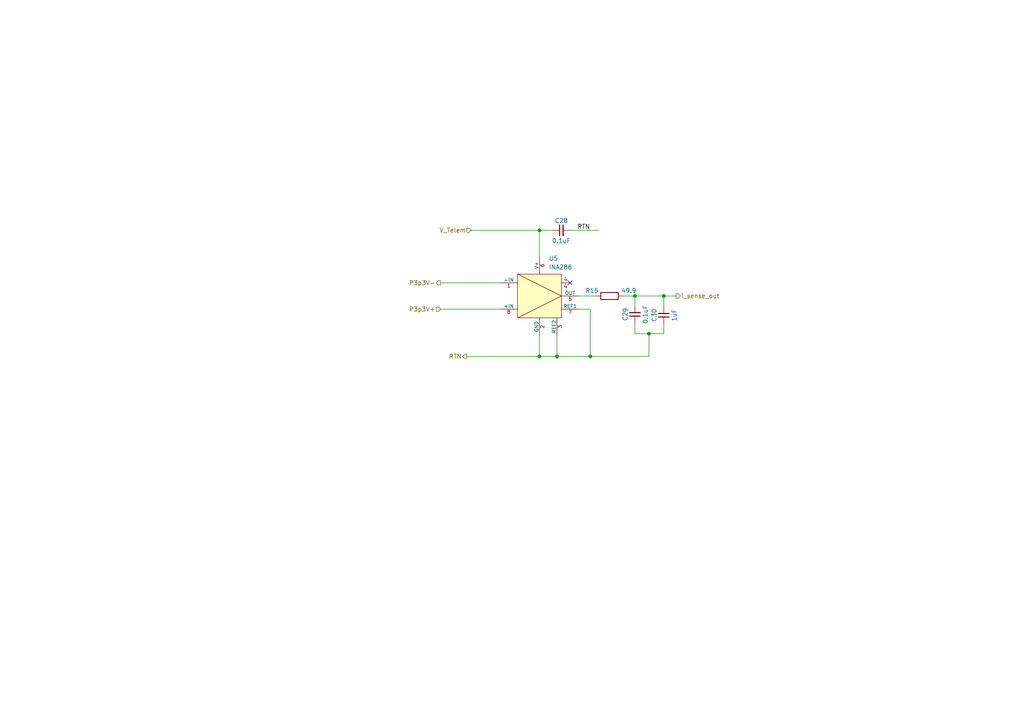
<source format=kicad_sch>
(kicad_sch
	(version 20250114)
	(generator "eeschema")
	(generator_version "9.0")
	(uuid "35639595-b221-4fc5-ba67-f5577a447060")
	(paper "A4")
	(lib_symbols
		(symbol "Device:C_Small"
			(pin_numbers
				(hide yes)
			)
			(pin_names
				(offset 0.254)
				(hide yes)
			)
			(exclude_from_sim no)
			(in_bom yes)
			(on_board yes)
			(property "Reference" "C"
				(at 0.254 1.778 0)
				(effects
					(font
						(size 1.27 1.27)
					)
					(justify left)
				)
			)
			(property "Value" "C_Small"
				(at 0.254 -2.032 0)
				(effects
					(font
						(size 1.27 1.27)
					)
					(justify left)
				)
			)
			(property "Footprint" ""
				(at 0 0 0)
				(effects
					(font
						(size 1.27 1.27)
					)
					(hide yes)
				)
			)
			(property "Datasheet" "~"
				(at 0 0 0)
				(effects
					(font
						(size 1.27 1.27)
					)
					(hide yes)
				)
			)
			(property "Description" "Unpolarized capacitor, small symbol"
				(at 0 0 0)
				(effects
					(font
						(size 1.27 1.27)
					)
					(hide yes)
				)
			)
			(property "ki_keywords" "capacitor cap"
				(at 0 0 0)
				(effects
					(font
						(size 1.27 1.27)
					)
					(hide yes)
				)
			)
			(property "ki_fp_filters" "C_*"
				(at 0 0 0)
				(effects
					(font
						(size 1.27 1.27)
					)
					(hide yes)
				)
			)
			(symbol "C_Small_0_1"
				(polyline
					(pts
						(xy -1.524 0.508) (xy 1.524 0.508)
					)
					(stroke
						(width 0.3048)
						(type default)
					)
					(fill
						(type none)
					)
				)
				(polyline
					(pts
						(xy -1.524 -0.508) (xy 1.524 -0.508)
					)
					(stroke
						(width 0.3302)
						(type default)
					)
					(fill
						(type none)
					)
				)
			)
			(symbol "C_Small_1_1"
				(pin passive line
					(at 0 2.54 270)
					(length 2.032)
					(name "~"
						(effects
							(font
								(size 1.27 1.27)
							)
						)
					)
					(number "1"
						(effects
							(font
								(size 1.27 1.27)
							)
						)
					)
				)
				(pin passive line
					(at 0 -2.54 90)
					(length 2.032)
					(name "~"
						(effects
							(font
								(size 1.27 1.27)
							)
						)
					)
					(number "2"
						(effects
							(font
								(size 1.27 1.27)
							)
						)
					)
				)
			)
			(embedded_fonts no)
		)
		(symbol "Device:R"
			(pin_numbers
				(hide yes)
			)
			(pin_names
				(offset 0)
			)
			(exclude_from_sim no)
			(in_bom yes)
			(on_board yes)
			(property "Reference" "R"
				(at 2.032 0 90)
				(effects
					(font
						(size 1.27 1.27)
					)
				)
			)
			(property "Value" "R"
				(at 0 0 90)
				(effects
					(font
						(size 1.27 1.27)
					)
				)
			)
			(property "Footprint" ""
				(at -1.778 0 90)
				(effects
					(font
						(size 1.27 1.27)
					)
					(hide yes)
				)
			)
			(property "Datasheet" "~"
				(at 0 0 0)
				(effects
					(font
						(size 1.27 1.27)
					)
					(hide yes)
				)
			)
			(property "Description" "Resistor"
				(at 0 0 0)
				(effects
					(font
						(size 1.27 1.27)
					)
					(hide yes)
				)
			)
			(property "ki_keywords" "R res resistor"
				(at 0 0 0)
				(effects
					(font
						(size 1.27 1.27)
					)
					(hide yes)
				)
			)
			(property "ki_fp_filters" "R_*"
				(at 0 0 0)
				(effects
					(font
						(size 1.27 1.27)
					)
					(hide yes)
				)
			)
			(symbol "R_0_1"
				(rectangle
					(start -1.016 -2.54)
					(end 1.016 2.54)
					(stroke
						(width 0.254)
						(type default)
					)
					(fill
						(type none)
					)
				)
			)
			(symbol "R_1_1"
				(pin passive line
					(at 0 3.81 270)
					(length 1.27)
					(name "~"
						(effects
							(font
								(size 1.27 1.27)
							)
						)
					)
					(number "1"
						(effects
							(font
								(size 1.27 1.27)
							)
						)
					)
				)
				(pin passive line
					(at 0 -3.81 90)
					(length 1.27)
					(name "~"
						(effects
							(font
								(size 1.27 1.27)
							)
						)
					)
					(number "2"
						(effects
							(font
								(size 1.27 1.27)
							)
						)
					)
				)
			)
			(embedded_fonts no)
		)
		(symbol "Texas Instruments:INA28x"
			(pin_names
				(offset 0)
			)
			(exclude_from_sim no)
			(in_bom yes)
			(on_board yes)
			(property "Reference" "U"
				(at -2.032 -3.556 0)
				(effects
					(font
						(size 1.27 1.27)
					)
					(justify left bottom)
				)
			)
			(property "Value" "INA28x"
				(at -6.096 14.478 0)
				(effects
					(font
						(size 1.27 1.27)
					)
					(justify left bottom)
				)
			)
			(property "Footprint" "INA285AQDRQ1:SOIC127P599X175-8N"
				(at 8.382 5.588 0)
				(effects
					(font
						(size 1.27 1.27)
					)
					(justify bottom)
					(hide yes)
				)
			)
			(property "Datasheet" "https://www.ti.com/general/docs/suppproductinfo.tsp?distId=10&gotoUrl=https%3A%2F%2Fwww.ti.com%2Flit%2Fgpn%2Fina282-q1"
				(at 0 0 0)
				(effects
					(font
						(size 1.27 1.27)
					)
					(hide yes)
				)
			)
			(property "Description" "IC CURRENT MONITOR 0.4% 8SOIC"
				(at 0 0 0)
				(effects
					(font
						(size 1.27 1.27)
					)
					(hide yes)
				)
			)
			(property "Package" "8-SOIC"
				(at 0 0 0)
				(effects
					(font
						(size 1.27 1.27)
					)
					(hide yes)
				)
			)
			(property "Manufacturer" "Texas Instruments"
				(at 0 0 0)
				(effects
					(font
						(size 1.27 1.27)
					)
					(hide yes)
				)
			)
			(property "Man. Part Num" ""
				(at 0 0 0)
				(effects
					(font
						(size 1.27 1.27)
					)
					(hide yes)
				)
			)
			(property "Distributor" "Digi-Key"
				(at 0 0 0)
				(effects
					(font
						(size 1.27 1.27)
					)
					(hide yes)
				)
			)
			(property "Dist. Part Num" ""
				(at 0 0 0)
				(effects
					(font
						(size 1.27 1.27)
					)
					(hide yes)
				)
			)
			(property "Part Type" "SMD"
				(at 0 0 0)
				(effects
					(font
						(size 1.27 1.27)
					)
					(hide yes)
				)
			)
			(property "Notes" ""
				(at 0 0 0)
				(effects
					(font
						(size 1.27 1.27)
					)
					(hide yes)
				)
			)
			(symbol "INA28x_0_0"
				(pin input line
					(at -5.08 10.16 0)
					(length 5.08)
					(name "-IN"
						(effects
							(font
								(size 1.016 1.016)
							)
						)
					)
					(number "1"
						(effects
							(font
								(size 1.016 1.016)
							)
						)
					)
				)
				(pin input line
					(at -5.08 2.54 0)
					(length 5.08)
					(name "+IN"
						(effects
							(font
								(size 1.016 1.016)
							)
						)
					)
					(number "8"
						(effects
							(font
								(size 1.016 1.016)
							)
						)
					)
				)
				(pin power_in line
					(at 6.35 17.78 270)
					(length 5.08)
					(name "V+"
						(effects
							(font
								(size 1.016 1.016)
							)
						)
					)
					(number "6"
						(effects
							(font
								(size 1.016 1.016)
							)
						)
					)
				)
				(pin power_in line
					(at 6.35 -5.08 90)
					(length 5.08)
					(name "GND"
						(effects
							(font
								(size 1.016 1.016)
							)
						)
					)
					(number "2"
						(effects
							(font
								(size 1.016 1.016)
							)
						)
					)
				)
				(pin input line
					(at 11.43 -5.08 90)
					(length 5.08)
					(name "REF2"
						(effects
							(font
								(size 1.016 1.016)
							)
						)
					)
					(number "3"
						(effects
							(font
								(size 1.016 1.016)
							)
						)
					)
				)
				(pin output line
					(at 17.78 6.35 180)
					(length 5.08)
					(name "OUT"
						(effects
							(font
								(size 1.016 1.016)
							)
						)
					)
					(number "5"
						(effects
							(font
								(size 1.016 1.016)
							)
						)
					)
				)
				(pin input line
					(at 17.78 2.54 180)
					(length 5.08)
					(name "REF1"
						(effects
							(font
								(size 1.016 1.016)
							)
						)
					)
					(number "7"
						(effects
							(font
								(size 1.016 1.016)
							)
						)
					)
				)
			)
			(symbol "INA28x_1_1"
				(rectangle
					(start 0 12.7)
					(end 12.7 0)
					(stroke
						(width 0)
						(type default)
					)
					(fill
						(type background)
					)
				)
				(polyline
					(pts
						(xy 0 12.7) (xy 12.7 6.35) (xy 0 0)
					)
					(stroke
						(width 0)
						(type default)
					)
					(fill
						(type none)
					)
				)
				(pin passive line
					(at 15.24 10.16 180)
					(length 2.54)
					(name "4"
						(effects
							(font
								(size 1.27 1.27)
							)
						)
					)
					(number "4"
						(effects
							(font
								(size 1.27 1.27)
							)
						)
					)
				)
			)
			(embedded_fonts no)
		)
	)
	(junction
		(at 156.464 66.802)
		(diameter 0)
		(color 0 0 0 0)
		(uuid "0eddf677-a610-4dca-aabf-99448d9014c2")
	)
	(junction
		(at 188.214 96.774)
		(diameter 0)
		(color 0 0 0 0)
		(uuid "254b8b26-1094-4d46-9348-c9233d7e2fb9")
	)
	(junction
		(at 156.464 103.378)
		(diameter 0)
		(color 0 0 0 0)
		(uuid "2bde68bc-3f9d-4563-b6fa-64c03046005b")
	)
	(junction
		(at 184.15 85.852)
		(diameter 0)
		(color 0 0 0 0)
		(uuid "5f325d1f-fe5d-4a69-aa77-d31de9b15557")
	)
	(junction
		(at 192.532 85.852)
		(diameter 0)
		(color 0 0 0 0)
		(uuid "9072340f-4eb7-46a8-ba1b-0d755636efbd")
	)
	(junction
		(at 161.544 103.378)
		(diameter 0)
		(color 0 0 0 0)
		(uuid "b0119ba7-0008-4edd-be77-ce70fdf3be31")
	)
	(junction
		(at 171.196 103.378)
		(diameter 0)
		(color 0 0 0 0)
		(uuid "d55e19fd-ec77-4532-a056-ddb18faa9d32")
	)
	(no_connect
		(at 165.354 82.042)
		(uuid "58119d3b-3bff-4b00-814d-9dad86011fb5")
	)
	(wire
		(pts
			(xy 165.354 66.802) (xy 173.736 66.802)
		)
		(stroke
			(width 0)
			(type default)
		)
		(uuid "0658c05f-e371-41a7-9f24-f7418bd9348f")
	)
	(wire
		(pts
			(xy 192.532 85.852) (xy 196.088 85.852)
		)
		(stroke
			(width 0)
			(type default)
		)
		(uuid "0781a91f-3e4b-4937-a7a7-324ab5a41aee")
	)
	(wire
		(pts
			(xy 127.762 82.042) (xy 145.034 82.042)
		)
		(stroke
			(width 0)
			(type default)
		)
		(uuid "1821cf2e-767d-4498-ae61-4b14642f851e")
	)
	(wire
		(pts
			(xy 127.762 89.662) (xy 145.034 89.662)
		)
		(stroke
			(width 0)
			(type default)
		)
		(uuid "1934694e-3116-4ef5-b552-2b1d2cdc1d80")
	)
	(wire
		(pts
			(xy 156.464 66.802) (xy 156.464 74.422)
		)
		(stroke
			(width 0)
			(type default)
		)
		(uuid "1efb1743-7066-42d4-aba1-3218b0d84b1e")
	)
	(wire
		(pts
			(xy 188.214 96.774) (xy 192.532 96.774)
		)
		(stroke
			(width 0)
			(type default)
		)
		(uuid "202d5da9-50fa-478c-843e-c685cd71ce9b")
	)
	(wire
		(pts
			(xy 192.532 96.774) (xy 192.532 93.98)
		)
		(stroke
			(width 0)
			(type default)
		)
		(uuid "2130c5e0-6e8b-4723-8f6f-482899940d2a")
	)
	(wire
		(pts
			(xy 171.196 89.662) (xy 171.196 103.378)
		)
		(stroke
			(width 0)
			(type default)
		)
		(uuid "382f7797-217c-4f8c-82bc-81472a3ddc2e")
	)
	(wire
		(pts
			(xy 161.544 97.282) (xy 161.544 103.378)
		)
		(stroke
			(width 0)
			(type default)
		)
		(uuid "3fdae230-3e3f-4a6b-9a1f-d8bb770f0079")
	)
	(wire
		(pts
			(xy 184.15 96.774) (xy 188.214 96.774)
		)
		(stroke
			(width 0)
			(type default)
		)
		(uuid "43aa8347-b57a-49ed-ab55-70ad661e4991")
	)
	(wire
		(pts
			(xy 161.544 103.378) (xy 156.464 103.378)
		)
		(stroke
			(width 0)
			(type default)
		)
		(uuid "536a75f5-6527-4215-b056-53c7d60e0213")
	)
	(wire
		(pts
			(xy 161.544 103.378) (xy 171.196 103.378)
		)
		(stroke
			(width 0)
			(type default)
		)
		(uuid "5539c66d-513a-426a-b835-96e96c1df17d")
	)
	(wire
		(pts
			(xy 184.15 85.852) (xy 184.15 88.646)
		)
		(stroke
			(width 0)
			(type default)
		)
		(uuid "5a30846d-1915-4b68-a71f-fe50a3548356")
	)
	(wire
		(pts
			(xy 167.894 89.662) (xy 171.196 89.662)
		)
		(stroke
			(width 0)
			(type default)
		)
		(uuid "65442c5b-8a0d-492a-8ab7-7f1f888e101f")
	)
	(wire
		(pts
			(xy 192.532 85.852) (xy 192.532 88.9)
		)
		(stroke
			(width 0)
			(type default)
		)
		(uuid "780aa21e-eb5f-4d82-805a-27aefb9fe6af")
	)
	(wire
		(pts
			(xy 184.15 93.726) (xy 184.15 96.774)
		)
		(stroke
			(width 0)
			(type default)
		)
		(uuid "8a17f29f-fdfd-4a12-8c3e-03c3b97ed306")
	)
	(wire
		(pts
			(xy 156.464 97.282) (xy 156.464 103.378)
		)
		(stroke
			(width 0)
			(type default)
		)
		(uuid "9417e0db-88b2-411a-912c-d6224796e821")
	)
	(wire
		(pts
			(xy 160.274 66.802) (xy 156.464 66.802)
		)
		(stroke
			(width 0)
			(type default)
		)
		(uuid "9d23cd51-8055-41d7-a6f6-88ca261cedf2")
	)
	(wire
		(pts
			(xy 184.15 85.852) (xy 192.532 85.852)
		)
		(stroke
			(width 0)
			(type default)
		)
		(uuid "b463925a-51e9-450e-9e4e-2c57776475dc")
	)
	(wire
		(pts
			(xy 135.382 103.378) (xy 156.464 103.378)
		)
		(stroke
			(width 0)
			(type default)
		)
		(uuid "b4714883-a129-44b5-8bd5-ad0397e592c7")
	)
	(wire
		(pts
			(xy 171.196 103.378) (xy 188.214 103.378)
		)
		(stroke
			(width 0)
			(type default)
		)
		(uuid "cbdb7728-5f93-412b-83fd-96955581cee0")
	)
	(wire
		(pts
			(xy 188.214 96.774) (xy 188.214 103.378)
		)
		(stroke
			(width 0)
			(type default)
		)
		(uuid "cee75f65-2c84-4087-a6c7-669bcddd35dd")
	)
	(wire
		(pts
			(xy 180.594 85.852) (xy 184.15 85.852)
		)
		(stroke
			(width 0)
			(type default)
		)
		(uuid "d1de8b31-8a35-4012-aa5f-d3d0139921f1")
	)
	(wire
		(pts
			(xy 156.464 66.802) (xy 136.652 66.802)
		)
		(stroke
			(width 0)
			(type default)
		)
		(uuid "f07d2ab4-76c6-4845-ab4d-8947e97061a0")
	)
	(wire
		(pts
			(xy 167.894 85.852) (xy 172.974 85.852)
		)
		(stroke
			(width 0)
			(type default)
		)
		(uuid "f8a06463-d2c1-4a51-afa5-612fd252ed76")
	)
	(label "RTN"
		(at 167.386 66.802 0)
		(effects
			(font
				(size 1.27 1.27)
			)
			(justify left bottom)
		)
		(uuid "f0f5a9c0-9b9a-468b-b798-207fe3194694")
	)
	(hierarchical_label "RTN"
		(shape output)
		(at 135.382 103.378 180)
		(effects
			(font
				(size 1.27 1.27)
			)
			(justify right)
		)
		(uuid "3011cee2-1c42-44e0-81a0-879255fd4996")
	)
	(hierarchical_label "V_Telem"
		(shape input)
		(at 136.652 66.802 180)
		(effects
			(font
				(size 1.27 1.27)
			)
			(justify right)
		)
		(uuid "30329a77-7fc8-4917-9e2b-32444ca338bf")
	)
	(hierarchical_label "P3p3V-"
		(shape output)
		(at 127.762 82.042 180)
		(effects
			(font
				(size 1.27 1.27)
			)
			(justify right)
		)
		(uuid "33f2bb3b-0e01-4ad4-b0ca-3dbfc1f5992a")
	)
	(hierarchical_label "i_sense_out"
		(shape output)
		(at 196.088 85.852 0)
		(effects
			(font
				(size 1.27 1.27)
			)
			(justify left)
		)
		(uuid "edfbf278-b138-4f81-a200-66c653e136df")
	)
	(hierarchical_label "P3p3V+"
		(shape input)
		(at 127.762 89.662 180)
		(effects
			(font
				(size 1.27 1.27)
			)
			(justify right)
		)
		(uuid "f91a78a8-4b8f-4e7a-b1ca-8f321826b84c")
	)
	(symbol
		(lib_id "Device:C_Small")
		(at 162.814 66.802 90)
		(unit 1)
		(exclude_from_sim no)
		(in_bom yes)
		(on_board yes)
		(dnp no)
		(uuid "133f0880-acc0-4f4a-8a50-e0eacb1fdd4a")
		(property "Reference" "C25"
			(at 162.814 64.008 90)
			(effects
				(font
					(size 1.27 1.27)
				)
			)
		)
		(property "Value" "0.1uF"
			(at 162.814 69.85 90)
			(effects
				(font
					(size 1.27 1.27)
				)
			)
		)
		(property "Footprint" "Capacitor_SMD:C_0603_1608Metric"
			(at 162.814 66.802 0)
			(effects
				(font
					(size 1.27 1.27)
				)
				(hide yes)
			)
		)
		(property "Datasheet" "~"
			(at 162.814 66.802 0)
			(effects
				(font
					(size 1.27 1.27)
				)
				(hide yes)
			)
		)
		(property "Description" "0.1 µF ±10% 50V Ceramic Capacitor X7R 0603 (1608 Metric)"
			(at 162.814 66.802 0)
			(effects
				(font
					(size 1.27 1.27)
				)
				(hide yes)
			)
		)
		(property "Dist. Part Num" "399-C0603C104K5RAC7411CT-ND"
			(at 162.814 66.802 0)
			(effects
				(font
					(size 1.27 1.27)
				)
				(hide yes)
			)
		)
		(property "Distributor" "Digi-Key"
			(at 162.814 66.802 0)
			(effects
				(font
					(size 1.27 1.27)
				)
				(hide yes)
			)
		)
		(property "Man. Part Num" "C0603C104K5RAC7411"
			(at 162.814 66.802 0)
			(effects
				(font
					(size 1.27 1.27)
				)
				(hide yes)
			)
		)
		(property "Manufacturer" "KEMET"
			(at 162.814 66.802 0)
			(effects
				(font
					(size 1.27 1.27)
				)
				(hide yes)
			)
		)
		(property "Package" "0603 (1608 Metric)"
			(at 162.814 66.802 0)
			(effects
				(font
					(size 1.27 1.27)
				)
				(hide yes)
			)
		)
		(property "Part Type" "SMD"
			(at 162.814 66.802 0)
			(effects
				(font
					(size 1.27 1.27)
				)
				(hide yes)
			)
		)
		(pin "1"
			(uuid "d04cdcd5-4027-4b58-a41b-22ff73a90d15")
		)
		(pin "2"
			(uuid "94036880-2ef4-4fd9-af5b-54ff878da7ff")
		)
		(instances
			(project "Shaper_PDU"
				(path "/38bcebbd-10a1-47e0-b943-f959cfcb45e4/95c5cc52-e408-4e51-99e2-5e344727e9d8/01ff1e82-dd3a-4e42-b6aa-37de235d2188"
					(reference "C28")
					(unit 1)
				)
				(path "/38bcebbd-10a1-47e0-b943-f959cfcb45e4/95c5cc52-e408-4e51-99e2-5e344727e9d8/38b3dd91-3e22-4c9a-8051-2445ef2382ff"
					(reference "C37")
					(unit 1)
				)
				(path "/38bcebbd-10a1-47e0-b943-f959cfcb45e4/95c5cc52-e408-4e51-99e2-5e344727e9d8/3c38a48a-4797-4102-b4ff-6ced75c4b329"
					(reference "C40")
					(unit 1)
				)
				(path "/38bcebbd-10a1-47e0-b943-f959cfcb45e4/95c5cc52-e408-4e51-99e2-5e344727e9d8/567e64e6-16dd-4f39-aa8e-9b96a8c5fd87"
					(reference "C25")
					(unit 1)
				)
				(path "/38bcebbd-10a1-47e0-b943-f959cfcb45e4/95c5cc52-e408-4e51-99e2-5e344727e9d8/95631821-4015-4628-a058-a0e1b7bedcf2"
					(reference "C31")
					(unit 1)
				)
				(path "/38bcebbd-10a1-47e0-b943-f959cfcb45e4/95c5cc52-e408-4e51-99e2-5e344727e9d8/c2e792e7-257d-4b96-b0b6-131000e39621"
					(reference "C34")
					(unit 1)
				)
			)
		)
	)
	(symbol
		(lib_id "Texas Instruments:INA28x")
		(at 150.114 92.202 0)
		(unit 1)
		(exclude_from_sim no)
		(in_bom yes)
		(on_board yes)
		(dnp no)
		(fields_autoplaced yes)
		(uuid "725be690-e2c4-4d0c-8543-66d7ffaaaa96")
		(property "Reference" "U4"
			(at 159.1311 74.93 0)
			(effects
				(font
					(size 1.27 1.27)
				)
				(justify left)
			)
		)
		(property "Value" "INA286"
			(at 159.1311 77.47 0)
			(effects
				(font
					(size 1.27 1.27)
				)
				(justify left)
			)
		)
		(property "Footprint" "Texas_Instruments:INA28x_8SOIC"
			(at 158.496 86.614 0)
			(effects
				(font
					(size 1.27 1.27)
				)
				(justify bottom)
				(hide yes)
			)
		)
		(property "Datasheet" "https://www.ti.com/general/docs/suppproductinfo.tsp?distId=10&gotoUrl=https%3A%2F%2Fwww.ti.com%2Flit%2Fgpn%2Fina282-q1"
			(at 150.114 92.202 0)
			(effects
				(font
					(size 1.27 1.27)
				)
				(hide yes)
			)
		)
		(property "Description" "IC CURRENT MONITOR 0.4% 8SOIC"
			(at 150.114 92.202 0)
			(effects
				(font
					(size 1.27 1.27)
				)
				(hide yes)
			)
		)
		(property "Package" "8-SOIC"
			(at 150.114 92.202 0)
			(effects
				(font
					(size 1.27 1.27)
				)
				(hide yes)
			)
		)
		(property "Manufacturer" "Texas Instruments"
			(at 150.114 92.202 0)
			(effects
				(font
					(size 1.27 1.27)
				)
				(hide yes)
			)
		)
		(property "Man. Part Num" "INA286AIDR"
			(at 150.114 92.202 0)
			(effects
				(font
					(size 1.27 1.27)
				)
				(hide yes)
			)
		)
		(property "Distributor" "Digi-Key"
			(at 150.114 92.202 0)
			(effects
				(font
					(size 1.27 1.27)
				)
				(hide yes)
			)
		)
		(property "Dist. Part Num" "296-43593-1-ND"
			(at 150.114 92.202 0)
			(effects
				(font
					(size 1.27 1.27)
				)
				(hide yes)
			)
		)
		(property "Part Type" "SMD"
			(at 150.114 92.202 0)
			(effects
				(font
					(size 1.27 1.27)
				)
				(hide yes)
			)
		)
		(property "Notes" ""
			(at 150.114 92.202 0)
			(effects
				(font
					(size 1.27 1.27)
				)
				(hide yes)
			)
		)
		(pin "3"
			(uuid "41530628-167f-45ab-9555-f88c33dfc5e5")
		)
		(pin "7"
			(uuid "02357435-d7b1-48c4-937f-cacee187ac4b")
		)
		(pin "6"
			(uuid "eaba8456-35fa-452c-ac58-daf33950c95e")
		)
		(pin "8"
			(uuid "8fa4cad4-3aa6-436a-9f76-37eff535d6aa")
		)
		(pin "5"
			(uuid "d6970490-36ec-4046-a179-5d1da5b56bb5")
		)
		(pin "1"
			(uuid "f184db46-6e68-4acb-b05a-b38b7cf76b75")
		)
		(pin "2"
			(uuid "c0dde66b-dd48-401a-9f8e-332c8bf7b0d2")
		)
		(pin "4"
			(uuid "6d0391b0-a627-4311-83c1-7c01513084da")
		)
		(instances
			(project "Shaper_PDU"
				(path "/38bcebbd-10a1-47e0-b943-f959cfcb45e4/95c5cc52-e408-4e51-99e2-5e344727e9d8/01ff1e82-dd3a-4e42-b6aa-37de235d2188"
					(reference "U5")
					(unit 1)
				)
				(path "/38bcebbd-10a1-47e0-b943-f959cfcb45e4/95c5cc52-e408-4e51-99e2-5e344727e9d8/38b3dd91-3e22-4c9a-8051-2445ef2382ff"
					(reference "U8")
					(unit 1)
				)
				(path "/38bcebbd-10a1-47e0-b943-f959cfcb45e4/95c5cc52-e408-4e51-99e2-5e344727e9d8/3c38a48a-4797-4102-b4ff-6ced75c4b329"
					(reference "U9")
					(unit 1)
				)
				(path "/38bcebbd-10a1-47e0-b943-f959cfcb45e4/95c5cc52-e408-4e51-99e2-5e344727e9d8/567e64e6-16dd-4f39-aa8e-9b96a8c5fd87"
					(reference "U4")
					(unit 1)
				)
				(path "/38bcebbd-10a1-47e0-b943-f959cfcb45e4/95c5cc52-e408-4e51-99e2-5e344727e9d8/95631821-4015-4628-a058-a0e1b7bedcf2"
					(reference "U6")
					(unit 1)
				)
				(path "/38bcebbd-10a1-47e0-b943-f959cfcb45e4/95c5cc52-e408-4e51-99e2-5e344727e9d8/c2e792e7-257d-4b96-b0b6-131000e39621"
					(reference "U7")
					(unit 1)
				)
			)
		)
	)
	(symbol
		(lib_id "Device:C_Small")
		(at 184.15 91.186 180)
		(unit 1)
		(exclude_from_sim no)
		(in_bom yes)
		(on_board yes)
		(dnp no)
		(uuid "bb09dec0-a67b-4e02-8eb8-67dcbb1fa7a3")
		(property "Reference" "C26"
			(at 181.356 91.186 90)
			(effects
				(font
					(size 1.27 1.27)
				)
			)
		)
		(property "Value" "0.1uF"
			(at 187.198 91.186 90)
			(effects
				(font
					(size 1.27 1.27)
				)
			)
		)
		(property "Footprint" "Capacitor_SMD:C_0603_1608Metric"
			(at 184.15 91.186 0)
			(effects
				(font
					(size 1.27 1.27)
				)
				(hide yes)
			)
		)
		(property "Datasheet" "~"
			(at 184.15 91.186 0)
			(effects
				(font
					(size 1.27 1.27)
				)
				(hide yes)
			)
		)
		(property "Description" "0.1 µF ±10% 50V Ceramic Capacitor X7R 0603 (1608 Metric)"
			(at 184.15 91.186 0)
			(effects
				(font
					(size 1.27 1.27)
				)
				(hide yes)
			)
		)
		(property "Dist. Part Num" "399-C0603C104K5RAC7411CT-ND"
			(at 184.15 91.186 0)
			(effects
				(font
					(size 1.27 1.27)
				)
				(hide yes)
			)
		)
		(property "Distributor" "Digi-Key"
			(at 184.15 91.186 0)
			(effects
				(font
					(size 1.27 1.27)
				)
				(hide yes)
			)
		)
		(property "Man. Part Num" "C0603C104K5RAC7411"
			(at 184.15 91.186 0)
			(effects
				(font
					(size 1.27 1.27)
				)
				(hide yes)
			)
		)
		(property "Manufacturer" "KEMET"
			(at 184.15 91.186 0)
			(effects
				(font
					(size 1.27 1.27)
				)
				(hide yes)
			)
		)
		(property "Package" "0603 (1608 Metric)"
			(at 184.15 91.186 0)
			(effects
				(font
					(size 1.27 1.27)
				)
				(hide yes)
			)
		)
		(property "Part Type" "SMD"
			(at 184.15 91.186 0)
			(effects
				(font
					(size 1.27 1.27)
				)
				(hide yes)
			)
		)
		(pin "1"
			(uuid "41e4511a-401c-4fa2-8614-ff29a5a0930c")
		)
		(pin "2"
			(uuid "5ea0744e-0f5c-4148-93e6-748bbf7acc02")
		)
		(instances
			(project "Shaper_PDU"
				(path "/38bcebbd-10a1-47e0-b943-f959cfcb45e4/95c5cc52-e408-4e51-99e2-5e344727e9d8/01ff1e82-dd3a-4e42-b6aa-37de235d2188"
					(reference "C29")
					(unit 1)
				)
				(path "/38bcebbd-10a1-47e0-b943-f959cfcb45e4/95c5cc52-e408-4e51-99e2-5e344727e9d8/38b3dd91-3e22-4c9a-8051-2445ef2382ff"
					(reference "C38")
					(unit 1)
				)
				(path "/38bcebbd-10a1-47e0-b943-f959cfcb45e4/95c5cc52-e408-4e51-99e2-5e344727e9d8/3c38a48a-4797-4102-b4ff-6ced75c4b329"
					(reference "C41")
					(unit 1)
				)
				(path "/38bcebbd-10a1-47e0-b943-f959cfcb45e4/95c5cc52-e408-4e51-99e2-5e344727e9d8/567e64e6-16dd-4f39-aa8e-9b96a8c5fd87"
					(reference "C26")
					(unit 1)
				)
				(path "/38bcebbd-10a1-47e0-b943-f959cfcb45e4/95c5cc52-e408-4e51-99e2-5e344727e9d8/95631821-4015-4628-a058-a0e1b7bedcf2"
					(reference "C32")
					(unit 1)
				)
				(path "/38bcebbd-10a1-47e0-b943-f959cfcb45e4/95c5cc52-e408-4e51-99e2-5e344727e9d8/c2e792e7-257d-4b96-b0b6-131000e39621"
					(reference "C35")
					(unit 1)
				)
			)
		)
	)
	(symbol
		(lib_id "Device:C_Small")
		(at 192.532 91.44 180)
		(unit 1)
		(exclude_from_sim no)
		(in_bom yes)
		(on_board yes)
		(dnp no)
		(uuid "e2897151-4222-40e1-8afb-9001a71aae1c")
		(property "Reference" "C27"
			(at 189.738 91.44 90)
			(effects
				(font
					(size 1.27 1.27)
				)
			)
		)
		(property "Value" "1uF"
			(at 195.58 91.44 90)
			(effects
				(font
					(size 1.27 1.27)
				)
			)
		)
		(property "Footprint" "Capacitor_SMD:C_0603_1608Metric"
			(at 192.532 91.44 0)
			(effects
				(font
					(size 1.27 1.27)
				)
				(hide yes)
			)
		)
		(property "Datasheet" "~"
			(at 192.532 91.44 0)
			(effects
				(font
					(size 1.27 1.27)
				)
				(hide yes)
			)
		)
		(property "Description" "1 µF ±10% 16V Ceramic Capacitor X7R 0603 (1608 Metric)"
			(at 192.532 91.44 0)
			(effects
				(font
					(size 1.27 1.27)
				)
				(hide yes)
			)
		)
		(property "Dist. Part Num" "1276-1019-1-ND"
			(at 192.532 91.44 0)
			(effects
				(font
					(size 1.27 1.27)
				)
				(hide yes)
			)
		)
		(property "Distributor" "Digi-Key"
			(at 192.532 91.44 0)
			(effects
				(font
					(size 1.27 1.27)
				)
				(hide yes)
			)
		)
		(property "Man. Part Num" "CL10B105KO8NNNC"
			(at 192.532 91.44 0)
			(effects
				(font
					(size 1.27 1.27)
				)
				(hide yes)
			)
		)
		(property "Manufacturer" "Samsung Electro-Mechanics"
			(at 192.532 91.44 0)
			(effects
				(font
					(size 1.27 1.27)
				)
				(hide yes)
			)
		)
		(property "Package" "0603 (1608 Metric)"
			(at 192.532 91.44 0)
			(effects
				(font
					(size 1.27 1.27)
				)
				(hide yes)
			)
		)
		(property "Part Type" "SMD"
			(at 192.532 91.44 0)
			(effects
				(font
					(size 1.27 1.27)
				)
				(hide yes)
			)
		)
		(pin "1"
			(uuid "7cfd99a6-4fd0-48e3-8b22-dfd2eb9cfb56")
		)
		(pin "2"
			(uuid "1014727e-026e-4e8d-939c-c48ff91f58fc")
		)
		(instances
			(project "Shaper_PDU"
				(path "/38bcebbd-10a1-47e0-b943-f959cfcb45e4/95c5cc52-e408-4e51-99e2-5e344727e9d8/01ff1e82-dd3a-4e42-b6aa-37de235d2188"
					(reference "C30")
					(unit 1)
				)
				(path "/38bcebbd-10a1-47e0-b943-f959cfcb45e4/95c5cc52-e408-4e51-99e2-5e344727e9d8/38b3dd91-3e22-4c9a-8051-2445ef2382ff"
					(reference "C39")
					(unit 1)
				)
				(path "/38bcebbd-10a1-47e0-b943-f959cfcb45e4/95c5cc52-e408-4e51-99e2-5e344727e9d8/3c38a48a-4797-4102-b4ff-6ced75c4b329"
					(reference "C42")
					(unit 1)
				)
				(path "/38bcebbd-10a1-47e0-b943-f959cfcb45e4/95c5cc52-e408-4e51-99e2-5e344727e9d8/567e64e6-16dd-4f39-aa8e-9b96a8c5fd87"
					(reference "C27")
					(unit 1)
				)
				(path "/38bcebbd-10a1-47e0-b943-f959cfcb45e4/95c5cc52-e408-4e51-99e2-5e344727e9d8/95631821-4015-4628-a058-a0e1b7bedcf2"
					(reference "C33")
					(unit 1)
				)
				(path "/38bcebbd-10a1-47e0-b943-f959cfcb45e4/95c5cc52-e408-4e51-99e2-5e344727e9d8/c2e792e7-257d-4b96-b0b6-131000e39621"
					(reference "C36")
					(unit 1)
				)
			)
		)
	)
	(symbol
		(lib_id "Device:R")
		(at 176.784 85.852 90)
		(unit 1)
		(exclude_from_sim no)
		(in_bom yes)
		(on_board yes)
		(dnp no)
		(uuid "fd6c1184-5660-4b67-8a51-14219bb06a17")
		(property "Reference" "R14"
			(at 171.704 84.328 90)
			(effects
				(font
					(size 1.27 1.27)
				)
			)
		)
		(property "Value" "49.9"
			(at 182.372 84.328 90)
			(effects
				(font
					(size 1.27 1.27)
				)
			)
		)
		(property "Footprint" "Resistor_SMD:R_0603_1608Metric"
			(at 176.784 87.63 90)
			(effects
				(font
					(size 1.27 1.27)
				)
				(hide yes)
			)
		)
		(property "Datasheet" "~"
			(at 176.784 85.852 0)
			(effects
				(font
					(size 1.27 1.27)
				)
				(hide yes)
			)
		)
		(property "Description" "49.9 Ohms ±0.1% 0.21W Chip Resistor 0603 (1608 Metric) Anti-Sulfur, Automotive AEC-Q200, Moisture Resistant Thin Film"
			(at 176.784 85.852 0)
			(effects
				(font
					(size 1.27 1.27)
				)
				(hide yes)
			)
		)
		(property "Dist. Part Num" "541-2031-1-ND"
			(at 176.784 85.852 0)
			(effects
				(font
					(size 1.27 1.27)
				)
				(hide yes)
			)
		)
		(property "Distributor" "Digi-Key"
			(at 176.784 85.852 0)
			(effects
				(font
					(size 1.27 1.27)
				)
				(hide yes)
			)
		)
		(property "Man. Part Num" "TNPW060349R9BEEA"
			(at 176.784 85.852 0)
			(effects
				(font
					(size 1.27 1.27)
				)
				(hide yes)
			)
		)
		(property "Manufacturer" "Vishay Dale"
			(at 176.784 85.852 0)
			(effects
				(font
					(size 1.27 1.27)
				)
				(hide yes)
			)
		)
		(property "Package" "0603 (1608 Metric)"
			(at 176.784 85.852 0)
			(effects
				(font
					(size 1.27 1.27)
				)
				(hide yes)
			)
		)
		(property "Part Type" "SMD"
			(at 176.784 85.852 0)
			(effects
				(font
					(size 1.27 1.27)
				)
				(hide yes)
			)
		)
		(pin "2"
			(uuid "1dd4337b-39b2-4ef2-9eab-689840af5013")
		)
		(pin "1"
			(uuid "37706a42-3af9-4806-bda6-65ebd5e67f46")
		)
		(instances
			(project "Shaper_PDU"
				(path "/38bcebbd-10a1-47e0-b943-f959cfcb45e4/95c5cc52-e408-4e51-99e2-5e344727e9d8/01ff1e82-dd3a-4e42-b6aa-37de235d2188"
					(reference "R15")
					(unit 1)
				)
				(path "/38bcebbd-10a1-47e0-b943-f959cfcb45e4/95c5cc52-e408-4e51-99e2-5e344727e9d8/38b3dd91-3e22-4c9a-8051-2445ef2382ff"
					(reference "R18")
					(unit 1)
				)
				(path "/38bcebbd-10a1-47e0-b943-f959cfcb45e4/95c5cc52-e408-4e51-99e2-5e344727e9d8/3c38a48a-4797-4102-b4ff-6ced75c4b329"
					(reference "R19")
					(unit 1)
				)
				(path "/38bcebbd-10a1-47e0-b943-f959cfcb45e4/95c5cc52-e408-4e51-99e2-5e344727e9d8/567e64e6-16dd-4f39-aa8e-9b96a8c5fd87"
					(reference "R14")
					(unit 1)
				)
				(path "/38bcebbd-10a1-47e0-b943-f959cfcb45e4/95c5cc52-e408-4e51-99e2-5e344727e9d8/95631821-4015-4628-a058-a0e1b7bedcf2"
					(reference "R16")
					(unit 1)
				)
				(path "/38bcebbd-10a1-47e0-b943-f959cfcb45e4/95c5cc52-e408-4e51-99e2-5e344727e9d8/c2e792e7-257d-4b96-b0b6-131000e39621"
					(reference "R17")
					(unit 1)
				)
			)
		)
	)
)

</source>
